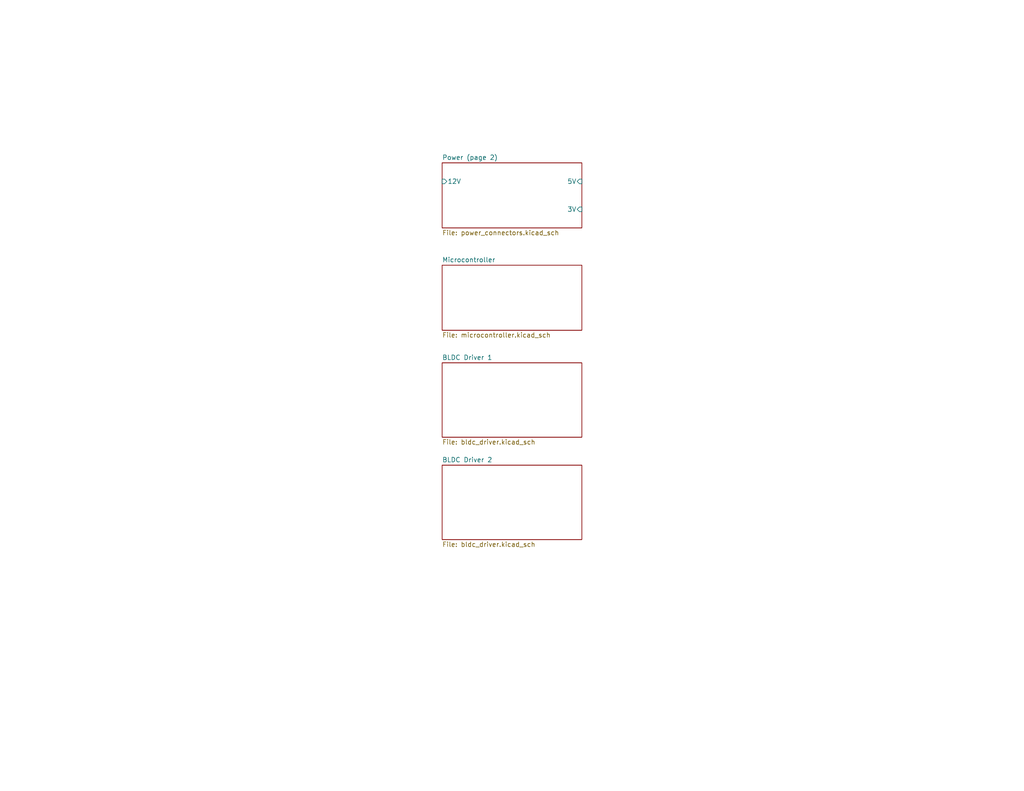
<source format=kicad_sch>
(kicad_sch
	(version 20250114)
	(generator "eeschema")
	(generator_version "9.0")
	(uuid "db664d1d-d972-4e66-af85-94b6971e1c6e")
	(paper "USLetter")
	(title_block
		(title "ROAMR motor control board")
		(date "2026-01-19")
		(rev "1.0")
	)
	(lib_symbols)
	(sheet
		(at 120.65 44.45)
		(size 38.1 17.78)
		(exclude_from_sim no)
		(in_bom yes)
		(on_board yes)
		(dnp no)
		(fields_autoplaced yes)
		(stroke
			(width 0.1524)
			(type solid)
		)
		(fill
			(color 0 0 0 0.0000)
		)
		(uuid "13aa2ca6-0712-4a81-a789-524f2cf7987a")
		(property "Sheetname" "Power (page 2)"
			(at 120.65 43.7384 0)
			(effects
				(font
					(size 1.27 1.27)
				)
				(justify left bottom)
			)
		)
		(property "Sheetfile" "power_connectors.kicad_sch"
			(at 120.65 62.8146 0)
			(effects
				(font
					(size 1.27 1.27)
				)
				(justify left top)
			)
		)
		(pin "3V" input
			(at 158.75 57.15 0)
			(uuid "81ab239b-ce66-4d21-a8be-66cc53dc7e66")
			(effects
				(font
					(size 1.27 1.27)
				)
				(justify right)
			)
		)
		(pin "5V" input
			(at 158.75 49.53 0)
			(uuid "4d30814d-bbeb-4df9-8fbf-0b6a1b03b7cd")
			(effects
				(font
					(size 1.27 1.27)
				)
				(justify right)
			)
		)
		(pin "12V" input
			(at 120.65 49.53 180)
			(uuid "5c3b13d7-15d0-4a21-9380-93fbdc5e6638")
			(effects
				(font
					(size 1.27 1.27)
				)
				(justify left)
			)
		)
		(instances
			(project "roamr-motors"
				(path "/db664d1d-d972-4e66-af85-94b6971e1c6e"
					(page "2")
				)
			)
		)
	)
	(sheet
		(at 120.65 72.39)
		(size 38.1 17.78)
		(exclude_from_sim no)
		(in_bom yes)
		(on_board yes)
		(dnp no)
		(fields_autoplaced yes)
		(stroke
			(width 0.1524)
			(type solid)
		)
		(fill
			(color 0 0 0 0.0000)
		)
		(uuid "206ea9a6-1e38-4e76-a070-d60887d5750e")
		(property "Sheetname" "Microcontroller"
			(at 120.65 71.6784 0)
			(effects
				(font
					(size 1.27 1.27)
				)
				(justify left bottom)
			)
		)
		(property "Sheetfile" "microcontroller.kicad_sch"
			(at 120.65 90.7546 0)
			(effects
				(font
					(size 1.27 1.27)
				)
				(justify left top)
			)
		)
		(instances
			(project "roamr-motors"
				(path "/db664d1d-d972-4e66-af85-94b6971e1c6e"
					(page "3")
				)
			)
		)
	)
	(sheet
		(at 120.65 127)
		(size 38.1 20.32)
		(exclude_from_sim no)
		(in_bom yes)
		(on_board yes)
		(dnp no)
		(fields_autoplaced yes)
		(stroke
			(width 0.1524)
			(type solid)
		)
		(fill
			(color 0 0 0 0.0000)
		)
		(uuid "6fb3ef19-f3df-431d-bde7-764fb42db7f0")
		(property "Sheetname" "BLDC Driver 2"
			(at 120.65 126.2884 0)
			(effects
				(font
					(size 1.27 1.27)
				)
				(justify left bottom)
			)
		)
		(property "Sheetfile" "bldc_driver.kicad_sch"
			(at 120.65 147.9046 0)
			(effects
				(font
					(size 1.27 1.27)
				)
				(justify left top)
			)
		)
		(instances
			(project "roamr-motors"
				(path "/db664d1d-d972-4e66-af85-94b6971e1c6e"
					(page "5")
				)
			)
		)
	)
	(sheet
		(at 120.65 99.06)
		(size 38.1 20.32)
		(exclude_from_sim no)
		(in_bom yes)
		(on_board yes)
		(dnp no)
		(fields_autoplaced yes)
		(stroke
			(width 0.1524)
			(type solid)
		)
		(fill
			(color 0 0 0 0.0000)
		)
		(uuid "c69cc801-0c40-4712-a8df-c9e7b1a11d6f")
		(property "Sheetname" "BLDC Driver 1"
			(at 120.65 98.3484 0)
			(effects
				(font
					(size 1.27 1.27)
				)
				(justify left bottom)
			)
		)
		(property "Sheetfile" "bldc_driver.kicad_sch"
			(at 120.65 119.9646 0)
			(effects
				(font
					(size 1.27 1.27)
				)
				(justify left top)
			)
		)
		(instances
			(project "roamr-motors"
				(path "/db664d1d-d972-4e66-af85-94b6971e1c6e"
					(page "4")
				)
			)
		)
	)
	(sheet_instances
		(path "/"
			(page "1")
		)
	)
	(embedded_fonts no)
)

</source>
